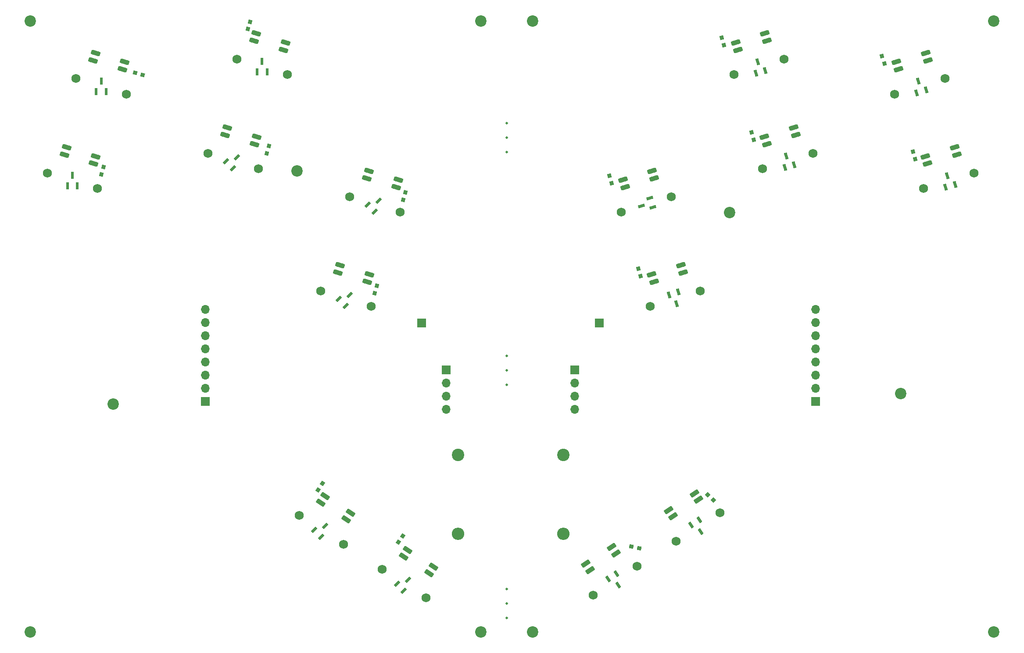
<source format=gbs>
G04 #@! TF.GenerationSoftware,KiCad,Pcbnew,(6.0.10)*
G04 #@! TF.CreationDate,2023-07-09T19:41:39+01:00*
G04 #@! TF.ProjectId,magnetonekeys,6d61676e-6574-46f6-9e65-6b6579732e6b,rev?*
G04 #@! TF.SameCoordinates,Original*
G04 #@! TF.FileFunction,Soldermask,Bot*
G04 #@! TF.FilePolarity,Negative*
%FSLAX46Y46*%
G04 Gerber Fmt 4.6, Leading zero omitted, Abs format (unit mm)*
G04 Created by KiCad (PCBNEW (6.0.10)) date 2023-07-09 19:41:39*
%MOMM*%
%LPD*%
G01*
G04 APERTURE LIST*
G04 Aperture macros list*
%AMRoundRect*
0 Rectangle with rounded corners*
0 $1 Rounding radius*
0 $2 $3 $4 $5 $6 $7 $8 $9 X,Y pos of 4 corners*
0 Add a 4 corners polygon primitive as box body*
4,1,4,$2,$3,$4,$5,$6,$7,$8,$9,$2,$3,0*
0 Add four circle primitives for the rounded corners*
1,1,$1+$1,$2,$3*
1,1,$1+$1,$4,$5*
1,1,$1+$1,$6,$7*
1,1,$1+$1,$8,$9*
0 Add four rect primitives between the rounded corners*
20,1,$1+$1,$2,$3,$4,$5,0*
20,1,$1+$1,$4,$5,$6,$7,0*
20,1,$1+$1,$6,$7,$8,$9,0*
20,1,$1+$1,$8,$9,$2,$3,0*%
%AMRotRect*
0 Rectangle, with rotation*
0 The origin of the aperture is its center*
0 $1 length*
0 $2 width*
0 $3 Rotation angle, in degrees counterclockwise*
0 Add horizontal line*
21,1,$1,$2,0,0,$3*%
G04 Aperture macros list end*
%ADD10RoundRect,0.039200X-0.254558X-0.595101X0.595101X0.254558X0.254558X0.595101X-0.595101X-0.254558X0*%
%ADD11C,2.200000*%
%ADD12C,0.500000*%
%ADD13C,1.750000*%
%ADD14RoundRect,0.225000X0.443559X0.556332X-0.688646X-0.178930X-0.443559X-0.556332X0.688646X0.178930X0*%
%ADD15R,1.700000X1.700000*%
%ADD16O,1.700000X1.700000*%
%ADD17RoundRect,0.225000X-0.579722X-0.412519X0.711289X-0.017818X0.579722X0.412519X-0.711289X0.017818X0*%
%ADD18RoundRect,0.225000X-0.688646X0.178930X0.443559X-0.556332X0.688646X-0.178930X-0.443559X0.556332X0*%
%ADD19RoundRect,0.225000X-0.711289X-0.017818X0.579722X-0.412519X0.711289X0.017818X-0.579722X0.412519X0*%
%ADD20RoundRect,0.225000X0.711289X0.017818X-0.579722X0.412519X-0.711289X-0.017818X0.579722X-0.412519X0*%
%ADD21RotRect,0.800000X0.750000X56.000000*%
%ADD22RotRect,0.800000X0.750000X253.000000*%
%ADD23RoundRect,0.039200X0.405935X-0.504145X0.054621X0.644951X-0.405935X0.504145X-0.054621X-0.644951X0*%
%ADD24RoundRect,0.039200X-0.405935X0.504145X-0.054621X-0.644951X0.405935X-0.504145X0.054621X0.644951X0*%
%ADD25RotRect,0.800000X0.750000X73.000000*%
%ADD26RotRect,0.800000X0.750000X343.000000*%
%ADD27RotRect,0.800000X0.750000X107.000000*%
%ADD28RotRect,0.800000X0.750000X316.000000*%
%ADD29RoundRect,0.039200X-0.529171X0.372724X0.125267X-0.635022X0.529171X-0.372724X-0.125267X0.635022X0*%
%ADD30C,2.400000*%
%ADD31O,2.400000X2.400000*%
%ADD32RoundRect,0.039200X0.240800X-0.600800X0.240800X0.600800X-0.240800X0.600800X-0.240800X-0.600800X0*%
%ADD33RoundRect,0.039200X0.504145X0.405935X-0.644951X0.054621X-0.504145X-0.405935X0.644951X-0.054621X0*%
%ADD34RotRect,0.800000X0.750000X348.000000*%
G04 APERTURE END LIST*
D10*
X133512975Y-145862356D03*
X132169472Y-144518853D03*
X134290792Y-143741036D03*
D11*
X77393750Y-109786875D03*
X112893750Y-64786875D03*
X229393750Y-107786875D03*
X196393750Y-72786875D03*
X158393750Y-153786875D03*
X158393750Y-35786875D03*
X148393750Y-35786875D03*
X247393750Y-35786875D03*
X247393750Y-153786875D03*
X148393750Y-153786875D03*
X61393750Y-153786875D03*
X61393750Y-35786875D03*
D12*
X153393750Y-58286875D03*
X153393750Y-55496875D03*
X153393750Y-61076875D03*
X153393750Y-103286875D03*
X153393750Y-100496875D03*
X153393750Y-106076875D03*
X153393750Y-148286875D03*
X153393750Y-145496875D03*
X153393750Y-151076875D03*
D13*
X170042612Y-146681161D03*
X178563504Y-141147629D03*
D14*
X174418849Y-138676266D03*
X173601891Y-137418260D03*
X168653734Y-140631631D03*
X169470693Y-141889637D03*
D15*
X141730816Y-103174481D03*
D16*
X141730816Y-105714481D03*
X141730816Y-108254481D03*
X141730816Y-110794481D03*
D13*
X181022868Y-90906126D03*
X190738924Y-87935630D03*
D17*
X181355270Y-84708118D03*
X181793827Y-86142575D03*
X187436026Y-84417582D03*
X186997468Y-82983125D03*
D15*
X166496350Y-103174481D03*
D16*
X166496350Y-105714481D03*
X166496350Y-108254481D03*
X166496350Y-110794481D03*
D15*
X213010000Y-109276261D03*
D16*
X213010000Y-106736261D03*
X213010000Y-104196261D03*
X213010000Y-101656261D03*
X213010000Y-99116261D03*
X213010000Y-96576261D03*
X213010000Y-94036261D03*
X213010000Y-91496261D03*
D13*
X186019287Y-136305789D03*
X194540179Y-130772257D03*
D14*
X190395524Y-128300894D03*
X189578566Y-127042888D03*
X184630409Y-130256259D03*
X185447368Y-131514265D03*
D13*
X113328888Y-131323680D03*
X121849780Y-136857212D03*
D18*
X118290501Y-127594311D03*
X117473543Y-128852317D03*
X122421699Y-132065688D03*
X123238658Y-130807682D03*
D15*
X136968312Y-94115721D03*
X171258854Y-94115721D03*
D13*
X101301194Y-43145896D03*
X111017250Y-46116392D03*
D19*
X105042650Y-38193391D03*
X104604092Y-39627848D03*
X110246291Y-41352841D03*
X110684848Y-39918384D03*
D13*
X70261665Y-46936445D03*
X79977721Y-49906941D03*
D20*
X79206762Y-45143390D03*
X79645319Y-43708933D03*
X74003121Y-41983940D03*
X73564563Y-43418397D03*
X126360819Y-66199976D03*
X126799377Y-64765519D03*
X132441575Y-66490512D03*
X132003018Y-67924969D03*
D13*
X132773977Y-72688520D03*
X123057921Y-69718024D03*
X129305562Y-141699054D03*
X137826454Y-147232586D03*
D18*
X134267175Y-137969685D03*
X133450217Y-139227691D03*
X138398373Y-142441062D03*
X139215332Y-141183056D03*
D13*
X95731513Y-61363502D03*
X105447569Y-64333998D03*
D20*
X104676610Y-59570447D03*
X105115167Y-58135990D03*
X99472969Y-56410997D03*
X99034411Y-57845454D03*
D13*
X175453189Y-72688520D03*
X185169245Y-69718024D03*
D17*
X175785591Y-66490512D03*
X176224148Y-67924969D03*
X181866347Y-66199976D03*
X181427789Y-64765519D03*
D13*
X117488242Y-87935630D03*
X127204298Y-90906126D03*
D20*
X126433339Y-86142575D03*
X126871896Y-84708118D03*
X121229698Y-82983125D03*
X120791140Y-84417582D03*
D13*
X197209916Y-46116392D03*
X206925972Y-43145896D03*
D17*
X197542318Y-39918384D03*
X197980875Y-41352841D03*
X203623074Y-39627848D03*
X203184516Y-38193391D03*
D13*
X228249445Y-49906941D03*
X237965501Y-46936445D03*
D17*
X228581847Y-43708933D03*
X229020404Y-45143390D03*
X234662603Y-43418397D03*
X234224045Y-41983940D03*
D13*
X233819126Y-68124547D03*
X243535182Y-65154051D03*
D17*
X234151528Y-61926539D03*
X234590085Y-63360996D03*
X240232284Y-61636003D03*
X239793726Y-60201546D03*
D13*
X202779597Y-64333998D03*
X212495653Y-61363502D03*
D17*
X203111999Y-58135990D03*
X203550556Y-59570447D03*
X209192755Y-57845454D03*
X208754197Y-56410997D03*
D13*
X64691984Y-65154051D03*
X74408040Y-68124547D03*
D20*
X73637081Y-63360996D03*
X74075638Y-61926539D03*
X68433440Y-60201546D03*
X67994882Y-61636003D03*
D21*
X117804645Y-125164472D03*
X116965855Y-126408028D03*
D22*
X75157775Y-65459984D03*
X75596333Y-64025526D03*
D23*
X234315644Y-49124152D03*
X232498664Y-49679658D03*
X232807792Y-47441481D03*
D24*
X184672725Y-88718419D03*
X186489705Y-88162913D03*
X186180577Y-90401090D03*
D25*
X103842990Y-35932944D03*
X103404432Y-37367402D03*
D23*
X203276115Y-45333603D03*
X201459135Y-45889109D03*
X201768263Y-43650932D03*
X208845796Y-63551209D03*
X207028816Y-64106715D03*
X207337944Y-61868538D03*
D26*
X83099354Y-46233654D03*
X81664896Y-45795096D03*
D27*
X173201548Y-65654052D03*
X173640106Y-67088510D03*
D28*
X193229627Y-128331430D03*
X192150617Y-127289442D03*
D27*
X225808371Y-42558761D03*
X226246929Y-43993219D03*
D22*
X133402221Y-70372229D03*
X133840779Y-68937771D03*
D10*
X128640733Y-70478488D03*
X126519413Y-71256305D03*
X127862916Y-72599808D03*
D29*
X172948066Y-143572165D03*
X174541540Y-142537351D03*
X174861313Y-144774032D03*
D30*
X143953750Y-119595011D03*
D31*
X143953750Y-134835011D03*
D27*
X200585946Y-57319670D03*
X201024504Y-58754128D03*
X178778644Y-83635358D03*
X179217202Y-85069816D03*
D22*
X127881596Y-88403479D03*
X128320154Y-86969021D03*
D16*
X95217166Y-91496261D03*
X95217166Y-94036261D03*
X95217166Y-96576261D03*
X95217166Y-99116261D03*
X95217166Y-101656261D03*
X95217166Y-104196261D03*
X95217166Y-106736261D03*
D15*
X95217166Y-109276261D03*
D22*
X107027280Y-61340712D03*
X107465838Y-59906254D03*
D32*
X76069693Y-49446693D03*
X74169693Y-49446693D03*
X75119693Y-47396693D03*
D33*
X181013676Y-69995101D03*
X181569182Y-71812081D03*
X179331005Y-71502953D03*
D23*
X239885325Y-67341758D03*
X238068345Y-67897264D03*
X238377473Y-65659087D03*
D10*
X122293237Y-90817414D03*
X120949734Y-89473911D03*
X123071054Y-88696094D03*
D34*
X178913024Y-137624055D03*
X177445802Y-137312187D03*
D30*
X164273750Y-119595011D03*
D31*
X164273750Y-134835011D03*
D27*
X231761501Y-61013464D03*
X232200059Y-62447922D03*
X194852095Y-38986883D03*
X195290653Y-40421341D03*
D32*
X70500012Y-67664299D03*
X68600012Y-67664299D03*
X69550012Y-65614299D03*
D10*
X100536508Y-64245286D03*
X99193005Y-62901783D03*
X101314325Y-62123966D03*
D21*
X133282762Y-135264985D03*
X132443972Y-136508541D03*
D29*
X188924741Y-133196793D03*
X190518215Y-132161979D03*
X190837988Y-134398660D03*
D10*
X117536301Y-135486982D03*
X116192798Y-134143479D03*
X118314118Y-133365662D03*
D32*
X107109222Y-45656144D03*
X105209222Y-45656144D03*
X106159222Y-43606144D03*
M02*

</source>
